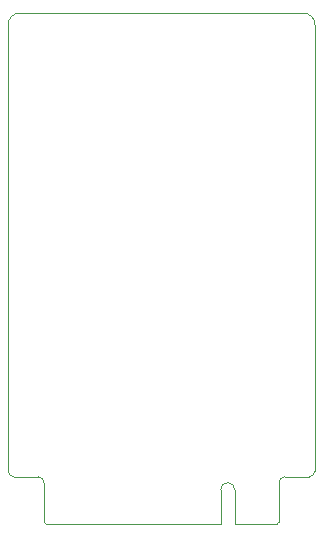
<source format=gbr>
%TF.GenerationSoftware,KiCad,Pcbnew,7.0.1*%
%TF.CreationDate,2023-06-29T04:52:50+02:00*%
%TF.ProjectId,rtl872xd-dev-board,72746c38-3732-4786-942d-6465762d626f,0.1.0*%
%TF.SameCoordinates,Original*%
%TF.FileFunction,Profile,NP*%
%FSLAX46Y46*%
G04 Gerber Fmt 4.6, Leading zero omitted, Abs format (unit mm)*
G04 Created by KiCad (PCBNEW 7.0.1) date 2023-06-29 04:52:50*
%MOMM*%
%LPD*%
G01*
G04 APERTURE LIST*
%TA.AperFunction,Profile*%
%ADD10C,0.050000*%
%TD*%
G04 APERTURE END LIST*
D10*
X115000000Y-102000000D02*
G75*
G03*
X114000000Y-103000000I0J-1000000D01*
G01*
X140000000Y-140750000D02*
X140000000Y-103000000D01*
X114000000Y-103000000D02*
X114000001Y-140750000D01*
X139000000Y-102000000D02*
X115000000Y-102000000D01*
X139500000Y-141250000D02*
G75*
G03*
X140000000Y-140750000I0J500000D01*
G01*
X140000000Y-103000000D02*
G75*
G03*
X139000000Y-102000000I-1000000J0D01*
G01*
X116000000Y-141250000D02*
X114500000Y-141250000D01*
X114000001Y-140750000D02*
G75*
G03*
X114500000Y-141249999I499999J0D01*
G01*
X138000000Y-141250000D02*
X139500000Y-141250000D01*
%TO.C,J2*%
X116000000Y-141250000D02*
X116550000Y-141250000D01*
X117050000Y-141750000D02*
X117050000Y-145050000D01*
X117250000Y-145250000D02*
X132000000Y-145250000D01*
X132000000Y-142350000D02*
X132000000Y-145250000D01*
X133200000Y-142350000D02*
X133200000Y-145250000D01*
X133200000Y-145250000D02*
X136750000Y-145250000D01*
X136950000Y-145050000D02*
X136950000Y-141750000D01*
X138000000Y-141250000D02*
X137450000Y-141250000D01*
X117050000Y-141750000D02*
G75*
G03*
X116550000Y-141250000I-500001J-1D01*
G01*
X117050000Y-145050000D02*
G75*
G03*
X117250000Y-145250000I200001J1D01*
G01*
X132600000Y-141750000D02*
G75*
G03*
X132000000Y-142350000I0J-600000D01*
G01*
X133200000Y-142350000D02*
G75*
G03*
X132600000Y-141750000I-600000J0D01*
G01*
X137450000Y-141250000D02*
G75*
G03*
X136950000Y-141750000I0J-500000D01*
G01*
X136750000Y-145250000D02*
G75*
G03*
X136950000Y-145050000I0J200000D01*
G01*
%TD*%
M02*

</source>
